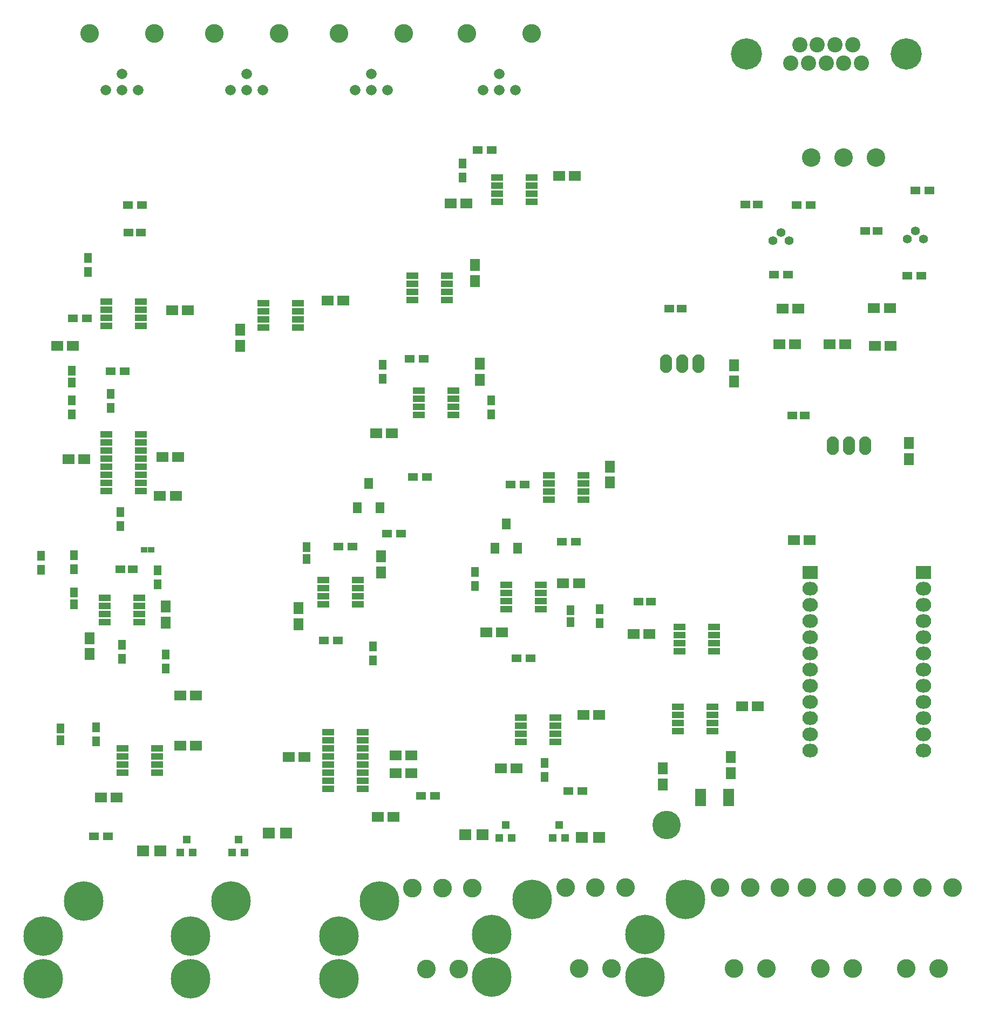
<source format=gbr>
G04 #@! TF.FileFunction,Soldermask,Top*
%FSLAX46Y46*%
G04 Gerber Fmt 4.6, Leading zero omitted, Abs format (unit mm)*
G04 Created by KiCad (PCBNEW 4.0.2-stable) date 9/9/2016 3:28:37 PM*
%MOMM*%
G01*
G04 APERTURE LIST*
%ADD10C,0.100000*%
%ADD11R,1.950000X1.000000*%
%ADD12O,2.432000X2.127200*%
%ADD13R,2.432000X2.127200*%
%ADD14R,1.900000X1.000000*%
%ADD15R,1.900000X1.650000*%
%ADD16R,1.150000X1.600000*%
%ADD17R,1.600000X1.150000*%
%ADD18R,1.000000X0.900000*%
%ADD19R,1.650000X1.900000*%
%ADD20R,1.200100X1.200100*%
%ADD21C,1.400760*%
%ADD22R,1.900000X1.700000*%
%ADD23R,1.300000X1.600000*%
%ADD24R,1.600000X1.300000*%
%ADD25R,1.800000X0.700000*%
%ADD26C,2.910000*%
%ADD27O,1.901140X2.899360*%
%ADD28R,1.400000X1.700000*%
%ADD29C,6.200000*%
%ADD30C,2.940000*%
%ADD31C,1.670000*%
%ADD32C,4.900000*%
%ADD33C,2.400000*%
%ADD34C,4.464000*%
G04 APERTURE END LIST*
D10*
D11*
X44036000Y-93599000D03*
X44036000Y-94869000D03*
X44036000Y-96139000D03*
X44036000Y-97409000D03*
X49436000Y-97409000D03*
X49436000Y-96139000D03*
X49436000Y-94869000D03*
X49436000Y-93599000D03*
D12*
X172212000Y-164084000D03*
X172212000Y-161544000D03*
X172212000Y-159004000D03*
X172212000Y-156464000D03*
X172212000Y-153924000D03*
X172212000Y-151384000D03*
X172212000Y-148844000D03*
X172212000Y-146304000D03*
X172212000Y-143764000D03*
X172212000Y-141224000D03*
X172212000Y-138684000D03*
D13*
X172212000Y-136144000D03*
X172212000Y-136144000D03*
D12*
X172212000Y-138684000D03*
X172212000Y-141224000D03*
X172212000Y-143764000D03*
X172212000Y-146304000D03*
X172212000Y-148844000D03*
X172212000Y-151384000D03*
X172212000Y-153924000D03*
X172212000Y-156464000D03*
X172212000Y-159004000D03*
X172212000Y-161544000D03*
X172212000Y-164084000D03*
X154432000Y-164084000D03*
X154432000Y-161544000D03*
X154432000Y-159004000D03*
X154432000Y-156464000D03*
X154432000Y-153924000D03*
X154432000Y-151384000D03*
X154432000Y-148844000D03*
X154432000Y-146304000D03*
X154432000Y-143764000D03*
X154432000Y-141224000D03*
X154432000Y-138684000D03*
D13*
X154432000Y-136144000D03*
X154432000Y-136144000D03*
D12*
X154432000Y-138684000D03*
X154432000Y-141224000D03*
X154432000Y-143764000D03*
X154432000Y-146304000D03*
X154432000Y-148844000D03*
X154432000Y-151384000D03*
X154432000Y-153924000D03*
X154432000Y-156464000D03*
X154432000Y-159004000D03*
X154432000Y-161544000D03*
X154432000Y-164084000D03*
D14*
X78834000Y-161163000D03*
X78834000Y-162433000D03*
X78834000Y-163703000D03*
X78834000Y-164973000D03*
X78834000Y-166243000D03*
X78834000Y-167513000D03*
X78834000Y-168783000D03*
X78834000Y-170053000D03*
X84234000Y-170053000D03*
X84234000Y-168783000D03*
X84234000Y-167513000D03*
X84234000Y-166243000D03*
X84234000Y-164973000D03*
X84234000Y-163703000D03*
X84234000Y-162433000D03*
X84234000Y-161163000D03*
D15*
X52852000Y-117983000D03*
X55352000Y-117983000D03*
X40620000Y-118364000D03*
X38120000Y-118364000D03*
D16*
X38989000Y-141158000D03*
X38989000Y-139258000D03*
D15*
X55646000Y-155448000D03*
X58146000Y-155448000D03*
D17*
X48194000Y-135636000D03*
X46294000Y-135636000D03*
D18*
X51096000Y-132588000D03*
X49996000Y-132588000D03*
D19*
X53340000Y-141498000D03*
X53340000Y-143998000D03*
X41402000Y-146451000D03*
X41402000Y-148951000D03*
D15*
X115717000Y-137795000D03*
X118217000Y-137795000D03*
X106152000Y-145542000D03*
X103652000Y-145542000D03*
D16*
X38608000Y-104460000D03*
X38608000Y-106360000D03*
X116840000Y-143952000D03*
X116840000Y-142052000D03*
D17*
X47564000Y-82804000D03*
X49464000Y-82804000D03*
D15*
X54376000Y-94996000D03*
X56876000Y-94996000D03*
X36342000Y-100584000D03*
X38842000Y-100584000D03*
X115082000Y-73914000D03*
X117582000Y-73914000D03*
X100564000Y-78232000D03*
X98064000Y-78232000D03*
D16*
X36830000Y-160594000D03*
X36830000Y-162494000D03*
D15*
X45700000Y-171450000D03*
X43200000Y-171450000D03*
D19*
X65024000Y-98064000D03*
X65024000Y-100564000D03*
D15*
X78760000Y-93472000D03*
X81260000Y-93472000D03*
X55646000Y-163322000D03*
X58146000Y-163322000D03*
D17*
X127574000Y-140716000D03*
X129474000Y-140716000D03*
D15*
X126766000Y-145796000D03*
X129266000Y-145796000D03*
D19*
X131318000Y-169398000D03*
X131318000Y-166898000D03*
X141986000Y-165120000D03*
X141986000Y-167620000D03*
D15*
X143784000Y-157099000D03*
X146284000Y-157099000D03*
X154412000Y-131064000D03*
X151912000Y-131064000D03*
D17*
X132400000Y-94742000D03*
X134300000Y-94742000D03*
X146238000Y-78359000D03*
X144338000Y-78359000D03*
X163134000Y-82550000D03*
X165034000Y-82550000D03*
D19*
X142494000Y-103652000D03*
X142494000Y-106152000D03*
D17*
X153604000Y-111506000D03*
X151704000Y-111506000D03*
D15*
X150134000Y-94742000D03*
X152634000Y-94742000D03*
X164485000Y-94615000D03*
X166985000Y-94615000D03*
X157500000Y-100330000D03*
X160000000Y-100330000D03*
D19*
X169926000Y-115844000D03*
X169926000Y-118344000D03*
D15*
X152126000Y-100330000D03*
X149626000Y-100330000D03*
X167112000Y-100584000D03*
X164612000Y-100584000D03*
X89134000Y-174498000D03*
X86634000Y-174498000D03*
D19*
X123063000Y-122027000D03*
X123063000Y-119527000D03*
D15*
X72664000Y-165100000D03*
X75164000Y-165100000D03*
X89428000Y-164846000D03*
X91928000Y-164846000D03*
D19*
X74168000Y-144252000D03*
X74168000Y-141752000D03*
D16*
X75438000Y-132146000D03*
X75438000Y-134046000D03*
D19*
X102616000Y-103398000D03*
X102616000Y-105898000D03*
X87122000Y-136124000D03*
X87122000Y-133624000D03*
D15*
X86380000Y-114300000D03*
X88880000Y-114300000D03*
D19*
X101854000Y-90404000D03*
X101854000Y-87904000D03*
D15*
X121392000Y-158496000D03*
X118892000Y-158496000D03*
X105938000Y-166878000D03*
X108438000Y-166878000D03*
D20*
X63820000Y-180070760D03*
X65720000Y-180070760D03*
X64770000Y-178071780D03*
X55692000Y-180070760D03*
X57592000Y-180070760D03*
X56642000Y-178071780D03*
X114112000Y-177784760D03*
X116012000Y-177784760D03*
X115062000Y-175785780D03*
X105730000Y-177784760D03*
X107630000Y-177784760D03*
X106680000Y-175785780D03*
D21*
X170942000Y-82550000D03*
X172212000Y-83820000D03*
X169672000Y-83820000D03*
X149860000Y-82804000D03*
X151130000Y-84074000D03*
X148590000Y-84074000D03*
D22*
X72216000Y-177038000D03*
X69516000Y-177038000D03*
X49831000Y-179832000D03*
X52531000Y-179832000D03*
D23*
X38989000Y-135593000D03*
X38989000Y-133393000D03*
X33782000Y-135720000D03*
X33782000Y-133520000D03*
X53340000Y-149014000D03*
X53340000Y-151214000D03*
D24*
X110574000Y-149606000D03*
X108374000Y-149606000D03*
D23*
X46482000Y-147490000D03*
X46482000Y-149690000D03*
X46228000Y-126662000D03*
X46228000Y-128862000D03*
X52070000Y-138006000D03*
X52070000Y-135806000D03*
X101854000Y-138260000D03*
X101854000Y-136060000D03*
X38608000Y-109136000D03*
X38608000Y-111336000D03*
X41148000Y-88984000D03*
X41148000Y-86784000D03*
X44704000Y-108120000D03*
X44704000Y-110320000D03*
D24*
X115486000Y-131318000D03*
X117686000Y-131318000D03*
X46947000Y-104521000D03*
X44747000Y-104521000D03*
X40978000Y-96266000D03*
X38778000Y-96266000D03*
D23*
X121412000Y-141902000D03*
X121412000Y-144102000D03*
X99949000Y-71925000D03*
X99949000Y-74125000D03*
D24*
X102278000Y-69850000D03*
X104478000Y-69850000D03*
X42080000Y-177546000D03*
X44280000Y-177546000D03*
D23*
X42418000Y-160444000D03*
X42418000Y-162644000D03*
D24*
X152316000Y-78486000D03*
X154516000Y-78486000D03*
X170985000Y-76200000D03*
X173185000Y-76200000D03*
X78148000Y-146812000D03*
X80348000Y-146812000D03*
X95588000Y-171196000D03*
X93388000Y-171196000D03*
X107485000Y-122301000D03*
X109685000Y-122301000D03*
X92118000Y-121158000D03*
X94318000Y-121158000D03*
D23*
X85852000Y-147744000D03*
X85852000Y-149944000D03*
X87376000Y-105748000D03*
X87376000Y-103548000D03*
D24*
X80434000Y-132080000D03*
X82634000Y-132080000D03*
X93810000Y-102616000D03*
X91610000Y-102616000D03*
X88054000Y-130048000D03*
X90254000Y-130048000D03*
D23*
X104394000Y-109136000D03*
X104394000Y-111336000D03*
X112776000Y-168232000D03*
X112776000Y-166032000D03*
D24*
X118702000Y-170434000D03*
X116502000Y-170434000D03*
X148760000Y-89408000D03*
X150960000Y-89408000D03*
X169715000Y-89535000D03*
X171915000Y-89535000D03*
D14*
X44036000Y-114427000D03*
X44036000Y-115697000D03*
X44036000Y-116967000D03*
X44036000Y-118237000D03*
X44036000Y-119507000D03*
X44036000Y-120777000D03*
X44036000Y-122047000D03*
X44036000Y-123317000D03*
X49436000Y-123317000D03*
X49436000Y-122047000D03*
X49436000Y-120777000D03*
X49436000Y-119507000D03*
X49436000Y-118237000D03*
X49436000Y-116967000D03*
X49436000Y-115697000D03*
X49436000Y-114427000D03*
D11*
X43782000Y-140081000D03*
X43782000Y-141351000D03*
X43782000Y-142621000D03*
X43782000Y-143891000D03*
X49182000Y-143891000D03*
X49182000Y-142621000D03*
X49182000Y-141351000D03*
X49182000Y-140081000D03*
X46576000Y-163703000D03*
X46576000Y-164973000D03*
X46576000Y-166243000D03*
X46576000Y-167513000D03*
X51976000Y-167513000D03*
X51976000Y-166243000D03*
X51976000Y-164973000D03*
X51976000Y-163703000D03*
X105377000Y-74168000D03*
X105377000Y-75438000D03*
X105377000Y-76708000D03*
X105377000Y-77978000D03*
X110777000Y-77978000D03*
X110777000Y-76708000D03*
X110777000Y-75438000D03*
X110777000Y-74168000D03*
X68674000Y-93853000D03*
X68674000Y-95123000D03*
X68674000Y-96393000D03*
X68674000Y-97663000D03*
X74074000Y-97663000D03*
X74074000Y-96393000D03*
X74074000Y-95123000D03*
X74074000Y-93853000D03*
X78072000Y-137287000D03*
X78072000Y-138557000D03*
X78072000Y-139827000D03*
X78072000Y-141097000D03*
X83472000Y-141097000D03*
X83472000Y-139827000D03*
X83472000Y-138557000D03*
X83472000Y-137287000D03*
X93058000Y-107569000D03*
X93058000Y-108839000D03*
X93058000Y-110109000D03*
X93058000Y-111379000D03*
X98458000Y-111379000D03*
X98458000Y-110109000D03*
X98458000Y-108839000D03*
X98458000Y-107569000D03*
X109060000Y-158877000D03*
X109060000Y-160147000D03*
X109060000Y-161417000D03*
X109060000Y-162687000D03*
X114460000Y-162687000D03*
X114460000Y-161417000D03*
X114460000Y-160147000D03*
X114460000Y-158877000D03*
X133952000Y-144653000D03*
X133952000Y-145923000D03*
X133952000Y-147193000D03*
X133952000Y-148463000D03*
X139352000Y-148463000D03*
X139352000Y-147193000D03*
X139352000Y-145923000D03*
X139352000Y-144653000D03*
D25*
X137246000Y-170450000D03*
X137246000Y-170950000D03*
X137246000Y-171450000D03*
X137246000Y-171950000D03*
X137246000Y-172450000D03*
X141646000Y-172450000D03*
X141646000Y-171950000D03*
X141646000Y-171450000D03*
X141646000Y-170950000D03*
X141646000Y-170450000D03*
D11*
X133698000Y-157226000D03*
X133698000Y-158496000D03*
X133698000Y-159766000D03*
X133698000Y-161036000D03*
X139098000Y-161036000D03*
X139098000Y-159766000D03*
X139098000Y-158496000D03*
X139098000Y-157226000D03*
D26*
X154655000Y-70985000D03*
X159735000Y-70985000D03*
X164815000Y-70985000D03*
D27*
X134366000Y-103378000D03*
X131826000Y-103378000D03*
X136906000Y-103378000D03*
X160528000Y-116205000D03*
X157988000Y-116205000D03*
X163068000Y-116205000D03*
D11*
X113505000Y-120904000D03*
X113505000Y-122174000D03*
X113505000Y-123444000D03*
X113505000Y-124714000D03*
X118905000Y-124714000D03*
X118905000Y-123444000D03*
X118905000Y-122174000D03*
X118905000Y-120904000D03*
X92042000Y-89535000D03*
X92042000Y-90805000D03*
X92042000Y-92075000D03*
X92042000Y-93345000D03*
X97442000Y-93345000D03*
X97442000Y-92075000D03*
X97442000Y-90805000D03*
X97442000Y-89535000D03*
X106774000Y-138049000D03*
X106774000Y-139319000D03*
X106774000Y-140589000D03*
X106774000Y-141859000D03*
X112174000Y-141859000D03*
X112174000Y-140589000D03*
X112174000Y-139319000D03*
X112174000Y-138049000D03*
D28*
X108531600Y-132273200D03*
X105031600Y-132273200D03*
X106781600Y-128473200D03*
X86941600Y-125923200D03*
X83441600Y-125923200D03*
X85191600Y-122123200D03*
D29*
X40503000Y-187698000D03*
X34158000Y-193198000D03*
X34158000Y-199898000D03*
X63617000Y-187698000D03*
X57272000Y-193198000D03*
X57272000Y-199898000D03*
X134864000Y-187444000D03*
X128519000Y-192944000D03*
X128519000Y-199644000D03*
X110861000Y-187444000D03*
X104516000Y-192944000D03*
X104516000Y-199644000D03*
X86858000Y-187698000D03*
X80513000Y-193198000D03*
X80513000Y-199898000D03*
D30*
X51562000Y-51562000D03*
X41402000Y-51562000D03*
D31*
X46482000Y-57912000D03*
X46482000Y-60452000D03*
X43942000Y-60452000D03*
X49022000Y-60452000D03*
D30*
X71120000Y-51562000D03*
X60960000Y-51562000D03*
D31*
X66040000Y-57912000D03*
X66040000Y-60452000D03*
X63500000Y-60452000D03*
X68580000Y-60452000D03*
D30*
X90678000Y-51562000D03*
X80518000Y-51562000D03*
D31*
X85598000Y-57912000D03*
X85598000Y-60452000D03*
X83058000Y-60452000D03*
X88138000Y-60452000D03*
D30*
X110744000Y-51562000D03*
X100584000Y-51562000D03*
D31*
X105664000Y-57912000D03*
X105664000Y-60452000D03*
X103124000Y-60452000D03*
X108204000Y-60452000D03*
D30*
X172085000Y-185547000D03*
X167386000Y-185547000D03*
X176784000Y-185547000D03*
X169545000Y-198247000D03*
X174625000Y-198247000D03*
X158623000Y-185547000D03*
X153924000Y-185547000D03*
X163322000Y-185547000D03*
X156083000Y-198247000D03*
X161163000Y-198247000D03*
X145034000Y-185547000D03*
X140335000Y-185547000D03*
X149733000Y-185547000D03*
X142494000Y-198247000D03*
X147574000Y-198247000D03*
X120777000Y-185547000D03*
X116078000Y-185547000D03*
X125476000Y-185547000D03*
X118237000Y-198247000D03*
X123317000Y-198247000D03*
X96774000Y-185674000D03*
X92075000Y-185674000D03*
X101473000Y-185674000D03*
X94234000Y-198374000D03*
X99314000Y-198374000D03*
D15*
X52471000Y-124079000D03*
X54971000Y-124079000D03*
X89428000Y-167640000D03*
X91928000Y-167640000D03*
D32*
X169492000Y-54746000D03*
X144452000Y-54746000D03*
D33*
X161127000Y-53326000D03*
X158357000Y-53326000D03*
X155587000Y-53326000D03*
X152817000Y-53326000D03*
X162512000Y-56166000D03*
X159742000Y-56166000D03*
X156972000Y-56166000D03*
X154202000Y-56166000D03*
X151432000Y-56166000D03*
D22*
X121365000Y-177673000D03*
X118665000Y-177673000D03*
X103077000Y-177292000D03*
X100377000Y-177292000D03*
D34*
X131953000Y-175768000D03*
D24*
X47414000Y-78486000D03*
X49614000Y-78486000D03*
M02*

</source>
